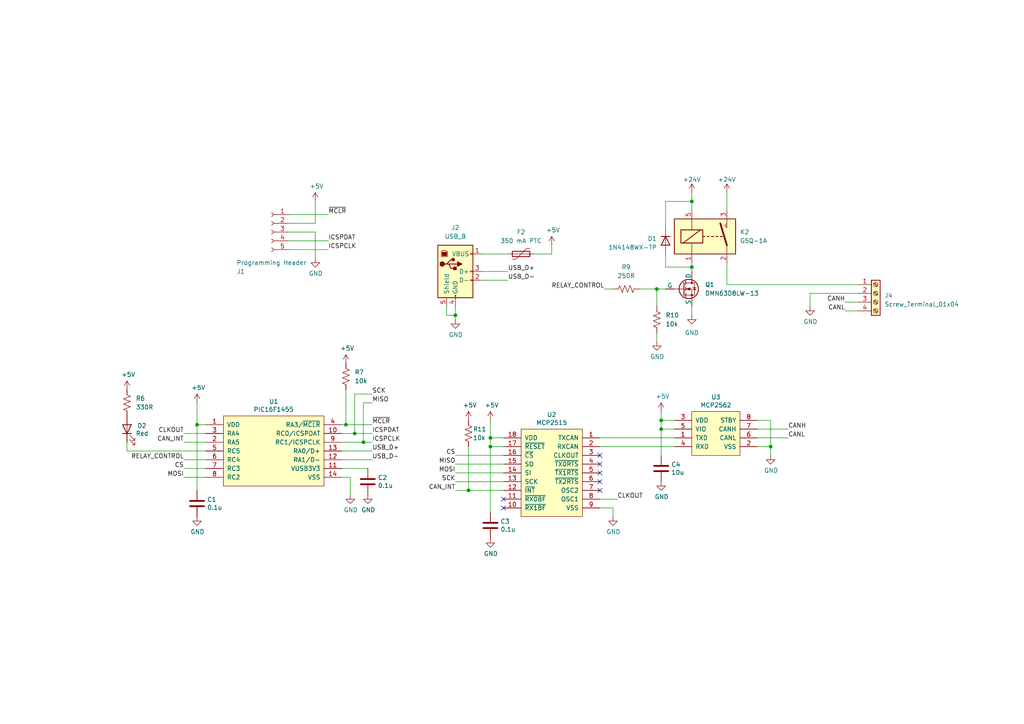
<source format=kicad_sch>
(kicad_sch (version 20230121) (generator eeschema)
  (paper "A4")
  (lib_symbols
    (symbol "Connector:Screw_Terminal_01x04" (pin_names (offset 1.016) hide)
      (property "Reference" "J" (at 0 5.08 0))
      (property "Value" "Screw_Terminal_01x04" (at 0 -7.62 0))
      (symbol "Screw_Terminal_01x04_1_1"
        (rectangle (start -1.27 3.81) (end 1.27 -6.35) (stroke (width 0.254)) (fill (type background)))
        (circle (center 0 -5.08) (radius 0.635) (stroke (width 0.1524)))
        (circle (center 0 -2.54) (radius 0.635) (stroke (width 0.1524)))
        (polyline (pts (xy -0.5334 -4.7498) (xy 0.3302 -5.588)) (stroke (width 0.1524)))
        (polyline (pts (xy -0.5334 -2.2098) (xy 0.3302 -3.048)) (stroke (width 0.1524)))
        (polyline (pts (xy -0.5334 0.3302) (xy 0.3302 -0.508)) (stroke (width 0.1524)))
        (polyline (pts (xy -0.5334 2.8702) (xy 0.3302 2.032)) (stroke (width 0.1524)))
        (polyline (pts (xy -0.3556 -4.572) (xy 0.508 -5.4102)) (stroke (width 0.1524)))
        (polyline (pts (xy -0.3556 -2.032) (xy 0.508 -2.8702)) (stroke (width 0.1524)))
        (polyline (pts (xy -0.3556 0.508) (xy 0.508 -0.3302)) (stroke (width 0.1524)))
        (polyline (pts (xy -0.3556 3.048) (xy 0.508 2.2098)) (stroke (width 0.1524)))
        (circle (center 0 0) (radius 0.635) (stroke (width 0.1524)))
        (circle (center 0 2.54) (radius 0.635) (stroke (width 0.1524)))
        (pin passive line (at -5.08 2.54 0) (length 3.81) (name "Pin_1") (number "1"))
        (pin passive line (at -5.08 0 0) (length 3.81) (name "Pin_2") (number "2"))
        (pin passive line (at -5.08 -2.54 0) (length 3.81) (name "Pin_3") (number "3"))
        (pin passive line (at -5.08 -5.08 0) (length 3.81) (name "Pin_4") (number "4"))
      )
    )
    (symbol "Connector:USB_B" (pin_names (offset 1.016))
      (property "Reference" "J" (at -5.08 11.43 0))
      (property "Value" "USB_B" (at -5.08 8.89 0))
      (symbol "USB_B_0_1"
        (rectangle (start -5.08 -7.62) (end 5.08 7.62) (stroke (width 0.254)) (fill (type background)))
        (circle (center -3.81 2.159) (radius 0.635) (stroke (width 0.254)) (fill (type outline)))
        (rectangle (start -3.81 5.588) (end -2.54 4.572) (fill (type outline)))
        (circle (center -0.635 3.429) (radius 0.381) (stroke (width 0.254)) (fill (type outline)))
        (rectangle (start -0.127 -7.62) (end 0.127 -6.858))
        (polyline (pts (xy -1.905 2.159) (xy 0.635 2.159)) (stroke (width 0.254)))
        (polyline (pts (xy -3.175 2.159) (xy -2.54 2.159) (xy -1.27 3.429) (xy -0.635 3.429)) (stroke (width 0.254)))
        (polyline (pts (xy -2.54 2.159) (xy -1.905 2.159) (xy -1.27 0.889) (xy 0 0.889)) (stroke (width 0.254)))
        (polyline (pts (xy 0.635 2.794) (xy 0.635 1.524) (xy 1.905 2.159) (xy 0.635 2.794)) (stroke (width 0.254)) (fill (type outline)))
        (polyline (pts (xy -4.064 4.318) (xy -2.286 4.318) (xy -2.286 5.715) (xy -2.667 6.096) (xy -3.683 6.096) (xy -4.064 5.715) (xy -4.064 4.318)))
        (rectangle (start 0.254 1.27) (end -0.508 0.508) (stroke (width 0.254)) (fill (type outline)))
        (rectangle (start 5.08 -2.667) (end 4.318 -2.413))
        (rectangle (start 5.08 -0.127) (end 4.318 0.127))
        (rectangle (start 5.08 4.953) (end 4.318 5.207))
      )
      (symbol "USB_B_1_1"
        (pin power_out line (at 7.62 5.08 180) (length 2.54) (name "VBUS") (number "1"))
        (pin bidirectional line (at 7.62 -2.54 180) (length 2.54) (name "D-") (number "2"))
        (pin bidirectional line (at 7.62 0 180) (length 2.54) (name "D+") (number "3"))
        (pin power_out line (at 0 -10.16 90) (length 2.54) (name "GND") (number "4"))
        (pin passive line (at -2.54 -10.16 90) (length 2.54) (name "Shield") (number "5"))
      )
    )
    (symbol "Device:C" (pin_numbers hide) (pin_names (offset 0.254))
      (property "Reference" "C" (at 0.635 2.54 0))
      (property "Value" "C" (at 0.635 -2.54 0))
      (symbol "C_0_1"
        (polyline (pts (xy -2.032 -0.762) (xy 2.032 -0.762)) (stroke (width 0.508)))
        (polyline (pts (xy -2.032 0.762) (xy 2.032 0.762)) (stroke (width 0.508)))
      )
      (symbol "C_1_1"
        (pin passive line (at 0 3.81 270) (length 2.794) (name "~") (number "1"))
        (pin passive line (at 0 -3.81 90) (length 2.794) (name "~") (number "2"))
      )
    )
    (symbol "Device:D" (pin_numbers hide) (pin_names (offset 1.016) hide)
      (property "Reference" "D" (at 0 2.54 0))
      (property "Value" "D" (at 0 -2.54 0))
      (symbol "D_0_1"
        (polyline (pts (xy -1.27 1.27) (xy -1.27 -1.27)) (stroke (width 0.254)))
        (polyline (pts (xy 1.27 0) (xy -1.27 0)))
        (polyline (pts (xy 1.27 1.27) (xy 1.27 -1.27) (xy -1.27 0) (xy 1.27 1.27)) (stroke (width 0.254)))
      )
      (symbol "D_1_1"
        (pin passive line (at -3.81 0 0) (length 2.54) (name "K") (number "1"))
        (pin passive line (at 3.81 0 180) (length 2.54) (name "A") (number "2"))
      )
    )
    (symbol "Device:LED" (pin_numbers hide) (pin_names (offset 1.016) hide)
      (property "Reference" "D" (at 0 2.54 0))
      (property "Value" "LED" (at 0 -2.54 0))
      (symbol "LED_0_1"
        (polyline (pts (xy -1.27 -1.27) (xy -1.27 1.27)) (stroke (width 0.254)))
        (polyline (pts (xy -1.27 0) (xy 1.27 0)))
        (polyline (pts (xy 1.27 -1.27) (xy 1.27 1.27) (xy -1.27 0) (xy 1.27 -1.27)) (stroke (width 0.254)))
        (polyline (pts (xy -3.048 -0.762) (xy -4.572 -2.286) (xy -3.81 -2.286) (xy -4.572 -2.286) (xy -4.572 -1.524)))
        (polyline (pts (xy -1.778 -0.762) (xy -3.302 -2.286) (xy -2.54 -2.286) (xy -3.302 -2.286) (xy -3.302 -1.524)))
      )
      (symbol "LED_1_1"
        (pin passive line (at -3.81 0 0) (length 2.54) (name "K") (number "1"))
        (pin passive line (at 3.81 0 180) (length 2.54) (name "A") (number "2"))
      )
    )
    (symbol "Device:Polyfuse" (pin_numbers hide) (pin_names (offset 0))
      (property "Reference" "F" (at -2.54 0 90))
      (property "Value" "Polyfuse" (at 2.54 0 90))
      (symbol "Polyfuse_0_1"
        (rectangle (start -0.762 2.54) (end 0.762 -2.54) (stroke (width 0.254)))
        (polyline (pts (xy 0 2.54) (xy 0 -2.54)))
        (polyline (pts (xy -1.524 2.54) (xy -1.524 1.524) (xy 1.524 -1.524) (xy 1.524 -2.54)))
      )
      (symbol "Polyfuse_1_1"
        (pin passive line (at 0 3.81 270) (length 1.27) (name "~") (number "1"))
        (pin passive line (at 0 -3.81 90) (length 1.27) (name "~") (number "2"))
      )
    )
    (symbol "Device:R_US" (pin_numbers hide) (pin_names (offset 0))
      (property "Reference" "R" (at 2.54 0 90))
      (property "Value" "R_US" (at -2.54 0 90))
      (symbol "R_US_0_1"
        (polyline (pts (xy 0 -2.286) (xy 0 -2.54)))
        (polyline (pts (xy 0 2.286) (xy 0 2.54)))
        (polyline (pts (xy 0 -0.762) (xy 1.016 -1.143) (xy 0 -1.524) (xy -1.016 -1.905) (xy 0 -2.286)))
        (polyline (pts (xy 0 0.762) (xy 1.016 0.381) (xy 0 0) (xy -1.016 -0.381) (xy 0 -0.762)))
        (polyline (pts (xy 0 2.286) (xy 1.016 1.905) (xy 0 1.524) (xy -1.016 1.143) (xy 0 0.762)))
      )
      (symbol "R_US_1_1"
        (pin passive line (at 0 3.81 270) (length 1.27) (name "~") (number "1"))
        (pin passive line (at 0 -3.81 90) (length 1.27) (name "~") (number "2"))
      )
    )
    (symbol "Relay:G5Q-1A"
      (property "Reference" "K" (at 8.89 3.81 0))
      (property "Value" "G5Q-1A" (at 8.89 1.27 0))
      (symbol "G5Q-1A_0_0"
        (polyline (pts (xy 5.08 5.08) (xy 5.08 2.54) (xy 4.445 3.175) (xy 5.08 3.81)))
      )
      (symbol "G5Q-1A_0_1"
        (rectangle (start -10.16 5.08) (end 7.62 -5.08) (stroke (width 0.254)) (fill (type background)))
        (rectangle (start -8.255 1.905) (end -1.905 -1.905) (stroke (width 0.254)))
        (polyline (pts (xy -7.62 -1.905) (xy -2.54 1.905)) (stroke (width 0.254)))
        (polyline (pts (xy -5.08 -5.08) (xy -5.08 -1.905)))
        (polyline (pts (xy -5.08 5.08) (xy -5.08 1.905)))
        (polyline (pts (xy -1.905 0) (xy -1.27 0)) (stroke (width 0.254)))
        (polyline (pts (xy -0.635 0) (xy 0 0)) (stroke (width 0.254)))
        (polyline (pts (xy 0.635 0) (xy 1.27 0)) (stroke (width 0.254)))
        (polyline (pts (xy 1.905 0) (xy 2.54 0)) (stroke (width 0.254)))
        (polyline (pts (xy 3.175 0) (xy 3.81 0)) (stroke (width 0.254)))
        (polyline (pts (xy 5.08 -2.54) (xy 3.175 3.81)) (stroke (width 0.508)))
        (polyline (pts (xy 5.08 -2.54) (xy 5.08 -5.08)))
      )
      (symbol "G5Q-1A_1_1"
        (pin passive line (at -5.08 -7.62 90) (length 2.54) (name "~") (number "1"))
        (pin passive line (at 5.08 -7.62 90) (length 2.54) (name "~") (number "2"))
        (pin passive line (at 5.08 7.62 270) (length 2.54) (name "~") (number "3"))
        (pin passive line (at -5.08 7.62 270) (length 2.54) (name "~") (number "5"))
      )
    )
    (symbol "Simulation_SPICE:NMOS" (pin_numbers hide) (pin_names (offset 0))
      (property "Reference" "Q" (at 5.08 1.27 0))
      (property "Value" "NMOS" (at 5.08 -1.27 0))
      (symbol "NMOS_0_1"
        (polyline (pts (xy 0.254 0) (xy -2.54 0)))
        (polyline (pts (xy 0.254 1.905) (xy 0.254 -1.905)) (stroke (width 0.254)))
        (polyline (pts (xy 0.762 -1.27) (xy 0.762 -2.286)) (stroke (width 0.254)))
        (polyline (pts (xy 0.762 0.508) (xy 0.762 -0.508)) (stroke (width 0.254)))
        (polyline (pts (xy 0.762 2.286) (xy 0.762 1.27)) (stroke (width 0.254)))
        (polyline (pts (xy 2.54 2.54) (xy 2.54 1.778)))
        (polyline (pts (xy 2.54 -2.54) (xy 2.54 0) (xy 0.762 0)))
        (polyline (pts (xy 0.762 -1.778) (xy 3.302 -1.778) (xy 3.302 1.778) (xy 0.762 1.778)))
        (polyline (pts (xy 1.016 0) (xy 2.032 0.381) (xy 2.032 -0.381) (xy 1.016 0)) (fill (type outline)))
        (polyline (pts (xy 2.794 0.508) (xy 2.921 0.381) (xy 3.683 0.381) (xy 3.81 0.254)))
        (polyline (pts (xy 3.302 0.381) (xy 2.921 -0.254) (xy 3.683 -0.254) (xy 3.302 0.381)))
        (circle (center 1.651 0) (radius 2.794) (stroke (width 0.254)))
        (circle (center 2.54 -1.778) (radius 0.254) (fill (type outline)))
        (circle (center 2.54 1.778) (radius 0.254) (fill (type outline)))
      )
      (symbol "NMOS_1_1"
        (pin passive line (at 2.54 5.08 270) (length 2.54) (name "D") (number "1"))
        (pin input line (at -5.08 0 0) (length 2.54) (name "G") (number "2"))
        (pin passive line (at 2.54 -5.08 90) (length 2.54) (name "S") (number "3"))
      )
    )
    (symbol "power:+24V" (power) (pin_names (offset 0))
      (property "Value" "+24V" (at 0 3.556 0))
      (symbol "+24V_0_1"
        (polyline (pts (xy -0.762 1.27) (xy 0 2.54)))
        (polyline (pts (xy 0 0) (xy 0 2.54)))
        (polyline (pts (xy 0 2.54) (xy 0.762 1.27)))
      )
      (symbol "+24V_1_1"
        (pin power_in line (at 0 0 90) (length 0) hide (name "+24V") (number "1"))
      )
    )
    (symbol "power:+5V" (power) (pin_names (offset 0))
      (property "Value" "+5V" (at 0 3.556 0))
      (symbol "+5V_0_1"
        (polyline (pts (xy -0.762 1.27) (xy 0 2.54)))
        (polyline (pts (xy 0 0) (xy 0 2.54)))
        (polyline (pts (xy 0 2.54) (xy 0.762 1.27)))
      )
      (symbol "+5V_1_1"
        (pin power_in line (at 0 0 90) (length 0) hide (name "+5V") (number "1"))
      )
    )
    (symbol "power:GND" (power) (pin_names (offset 0))
      (property "Value" "GND" (at 0 -3.81 0))
      (symbol "GND_0_1"
        (polyline (pts (xy 0 0) (xy 0 -1.27) (xy 1.27 -1.27) (xy 0 -2.54) (xy -1.27 -1.27) (xy 0 -1.27)))
      )
      (symbol "GND_1_1"
        (pin power_in line (at 0 0 270) (length 0) hide (name "GND") (number "1"))
      )
    )
    (symbol "usbdbg-rescue:Conn_01x05_Female-Connector" (pin_names (offset 1.016) hide)
      (property "Reference" "J" (at 0 7.62 0))
      (property "Value" "Connector_Conn_01x05_Female" (at 0 -7.62 0))
      (symbol "Conn_01x05_Female-Connector_1_1"
        (arc (start 0 -4.572) (mid -0.5058 -5.08) (end 0 -5.588) (stroke (width 0.1524)))
        (arc (start 0 -2.032) (mid -0.5058 -2.54) (end 0 -3.048) (stroke (width 0.1524)))
        (polyline (pts (xy -1.27 -5.08) (xy -0.508 -5.08)) (stroke (width 0.1524)))
        (polyline (pts (xy -1.27 -2.54) (xy -0.508 -2.54)) (stroke (width 0.1524)))
        (polyline (pts (xy -1.27 0) (xy -0.508 0)) (stroke (width 0.1524)))
        (polyline (pts (xy -1.27 2.54) (xy -0.508 2.54)) (stroke (width 0.1524)))
        (polyline (pts (xy -1.27 5.08) (xy -0.508 5.08)) (stroke (width 0.1524)))
        (arc (start 0 0.508) (mid -0.5058 0) (end 0 -0.508) (stroke (width 0.1524)))
        (arc (start 0 3.048) (mid -0.5058 2.54) (end 0 2.032) (stroke (width 0.1524)))
        (arc (start 0 5.588) (mid -0.5058 5.08) (end 0 4.572) (stroke (width 0.1524)))
        (pin passive line (at -5.08 5.08 0) (length 3.81) (name "Pin_1") (number "1"))
        (pin passive line (at -5.08 2.54 0) (length 3.81) (name "Pin_2") (number "2"))
        (pin passive line (at -5.08 0 0) (length 3.81) (name "Pin_3") (number "3"))
        (pin passive line (at -5.08 -2.54 0) (length 3.81) (name "Pin_4") (number "4"))
        (pin passive line (at -5.08 -5.08 0) (length 3.81) (name "Pin_5") (number "5"))
      )
    )
    (symbol "usbdbg-rescue:MCP2515-canhw" (pin_names (offset 1.016))
      (property "Reference" "U" (at 7.62 8.89 0))
      (property "Value" "canhw_MCP2515" (at -5.08 8.89 0))
      (symbol "MCP2515-canhw_0_1"
        (rectangle (start -8.89 7.62) (end 8.89 -17.78) (fill (type background)))
      )
      (symbol "MCP2515-canhw_1_1"
        (pin bidirectional line (at -13.97 5.08 0) (length 5.08) (name "TXCAN") (number "1"))
        (pin bidirectional line (at 13.97 -15.24 180) (length 5.08) (name "~{RX1BF}") (number "10"))
        (pin bidirectional line (at 13.97 -12.7 180) (length 5.08) (name "~{RX0BF}") (number "11"))
        (pin bidirectional line (at 13.97 -10.16 180) (length 5.08) (name "~{INT}") (number "12"))
        (pin bidirectional line (at 13.97 -7.62 180) (length 5.08) (name "SCK") (number "13"))
        (pin bidirectional line (at 13.97 -5.08 180) (length 5.08) (name "SI") (number "14"))
        (pin bidirectional line (at 13.97 -2.54 180) (length 5.08) (name "SO") (number "15"))
        (pin bidirectional line (at 13.97 0 180) (length 5.08) (name "~{CS}") (number "16"))
        (pin bidirectional line (at 13.97 2.54 180) (length 5.08) (name "~{RESET}") (number "17"))
        (pin power_in line (at 13.97 5.08 180) (length 5.08) (name "VDD") (number "18"))
        (pin bidirectional line (at -13.97 2.54 0) (length 5.08) (name "RXCAN") (number "2"))
        (pin bidirectional line (at -13.97 0 0) (length 5.08) (name "CLKOUT") (number "3"))
        (pin bidirectional line (at -13.97 -2.54 0) (length 5.08) (name "~{TX0RTS}") (number "4"))
        (pin bidirectional line (at -13.97 -5.08 0) (length 5.08) (name "~{TX1RTS}") (number "5"))
        (pin bidirectional line (at -13.97 -7.62 0) (length 5.08) (name "~{TX2RTS}") (number "6"))
        (pin bidirectional line (at -13.97 -10.16 0) (length 5.08) (name "OSC2") (number "7"))
        (pin bidirectional line (at -13.97 -12.7 0) (length 5.08) (name "OSC1") (number "8"))
        (pin power_in line (at -13.97 -15.24 0) (length 5.08) (name "VSS") (number "9"))
      )
    )
    (symbol "usbdbg-rescue:MCP2562-canhw" (pin_names (offset 1.016))
      (property "Reference" "U" (at 5.08 3.81 0))
      (property "Value" "canhw_MCP2562" (at -3.81 3.81 0))
      (symbol "MCP2562-canhw_0_1"
        (rectangle (start -7.62 2.54) (end 6.35 -10.16) (fill (type background)))
      )
      (symbol "MCP2562-canhw_1_1"
        (pin bidirectional line (at -12.7 -5.08 0) (length 5.08) (name "TXD") (number "1"))
        (pin power_in line (at 11.43 -7.62 180) (length 5.08) (name "VSS") (number "2"))
        (pin power_in line (at -12.7 0 0) (length 5.08) (name "VDD") (number "3"))
        (pin bidirectional line (at -12.7 -7.62 0) (length 5.08) (name "RXD") (number "4"))
        (pin bidirectional line (at -12.7 -2.54 0) (length 5.08) (name "VIO") (number "5"))
        (pin bidirectional line (at 11.43 -5.08 180) (length 5.08) (name "CANL") (number "6"))
        (pin bidirectional line (at 11.43 -2.54 180) (length 5.08) (name "CANH") (number "7"))
        (pin bidirectional line (at 11.43 0 180) (length 5.08) (name "STBY") (number "8"))
      )
    )
    (symbol "usbdbg-rescue:PIC16F1455-canhw" (pin_names (offset 1.016))
      (property "Reference" "U" (at 19.05 5.08 0))
      (property "Value" "canhw_PIC16F1455" (at -3.81 5.08 0))
      (symbol "PIC16F1455-canhw_0_1"
        (rectangle (start -8.89 3.81) (end 20.32 -16.51) (fill (type background)))
      )
      (symbol "PIC16F1455-canhw_1_1"
        (pin power_in line (at -13.97 1.27 0) (length 5.08) (name "VDD") (number "1"))
        (pin bidirectional line (at 25.4 -1.27 180) (length 5.08) (name "RC0/ICSPDAT") (number "10"))
        (pin bidirectional line (at 25.4 -11.43 180) (length 5.08) (name "VUSB3V3") (number "11"))
        (pin bidirectional line (at 25.4 -8.89 180) (length 5.08) (name "RA1/D-") (number "12"))
        (pin bidirectional line (at 25.4 -6.35 180) (length 5.08) (name "RA0/D+") (number "13"))
        (pin bidirectional line (at 25.4 -13.97 180) (length 5.08) (name "VSS") (number "14"))
        (pin bidirectional line (at -13.97 -3.81 0) (length 5.08) (name "RA5") (number "2"))
        (pin bidirectional line (at -13.97 -1.27 0) (length 5.08) (name "RA4") (number "3"))
        (pin bidirectional line (at 25.4 1.27 180) (length 5.08) (name "RA3/~{MCLR}") (number "4"))
        (pin bidirectional line (at -13.97 -6.35 0) (length 5.08) (name "RC5") (number "5"))
        (pin bidirectional line (at -13.97 -8.89 0) (length 5.08) (name "RC4") (number "6"))
        (pin bidirectional line (at -13.97 -11.43 0) (length 5.08) (name "RC3") (number "7"))
        (pin bidirectional line (at -13.97 -13.97 0) (length 5.08) (name "RC2") (number "8"))
        (pin bidirectional line (at 25.4 -3.81 180) (length 5.08) (name "RC1/ICSPCLK") (number "9"))
      )
    )
  )
  (junction (at 102.87 125.73))
  (junction (at 142.24 127))
  (junction (at 100.33 123.19))
  (junction (at 200.66 77.47))
  (junction (at 132.08 91.44))
  (junction (at 223.52 129.54))
  (junction (at 191.77 121.92))
  (junction (at 190.5 83.82))
  (junction (at 105.41 128.27))
  (junction (at 135.89 142.24))
  (junction (at 200.66 58.42))
  (junction (at 191.77 124.46))
  (junction (at 57.15 123.19))
  (junction (at 142.24 129.54))
  (no_connect (at 173.99 142.24))
  (no_connect (at 146.05 144.78))
  (no_connect (at 173.99 139.7))
  (no_connect (at 146.05 147.32))
  (no_connect (at 173.99 134.62))
  (no_connect (at 173.99 137.16))
  (no_connect (at 173.99 132.08))
  (wire (pts (xy 53.34 133.35) (xy 59.69 133.35)))
  (wire (pts (xy 191.77 121.92) (xy 191.77 124.46)))
  (wire (pts (xy 100.33 113.03) (xy 100.33 123.19)))
  (wire (pts (xy 175.26 83.82) (xy 177.8 83.82)))
  (wire (pts (xy 99.06 133.35) (xy 107.95 133.35)))
  (wire (pts (xy 142.24 148.59) (xy 142.24 129.54)))
  (wire (pts (xy 223.52 132.08) (xy 223.52 129.54)))
  (wire (pts (xy 139.7 73.66) (xy 147.32 73.66)))
  (wire (pts (xy 200.66 77.47) (xy 200.66 78.74)))
  (wire (pts (xy 177.8 147.32) (xy 173.99 147.32)))
  (wire (pts (xy 91.44 64.77) (xy 83.82 64.77)))
  (wire (pts (xy 129.54 88.9) (xy 129.54 91.44)))
  (wire (pts (xy 210.82 76.2) (xy 210.82 82.55)))
  (wire (pts (xy 190.5 83.82) (xy 193.04 83.82)))
  (wire (pts (xy 193.04 58.42) (xy 200.66 58.42)))
  (wire (pts (xy 191.77 132.08) (xy 191.77 124.46)))
  (wire (pts (xy 142.24 121.92) (xy 142.24 127)))
  (wire (pts (xy 185.42 83.82) (xy 190.5 83.82)))
  (wire (pts (xy 179.07 144.78) (xy 173.99 144.78)))
  (wire (pts (xy 107.95 114.3) (xy 102.87 114.3)))
  (wire (pts (xy 135.89 129.54) (xy 135.89 142.24)))
  (wire (pts (xy 99.06 130.81) (xy 107.95 130.81)))
  (wire (pts (xy 99.06 128.27) (xy 105.41 128.27)))
  (wire (pts (xy 100.33 123.19) (xy 107.95 123.19)))
  (wire (pts (xy 200.66 76.2) (xy 200.66 77.47)))
  (wire (pts (xy 53.34 138.43) (xy 59.69 138.43)))
  (wire (pts (xy 200.66 55.88) (xy 200.66 58.42)))
  (wire (pts (xy 132.08 134.62) (xy 146.05 134.62)))
  (wire (pts (xy 139.7 81.28) (xy 147.32 81.28)))
  (wire (pts (xy 135.89 142.24) (xy 146.05 142.24)))
  (wire (pts (xy 139.7 78.74) (xy 147.32 78.74)))
  (wire (pts (xy 91.44 58.42) (xy 91.44 64.77)))
  (wire (pts (xy 190.5 83.82) (xy 190.5 88.9)))
  (wire (pts (xy 99.06 125.73) (xy 102.87 125.73)))
  (wire (pts (xy 160.02 73.66) (xy 154.94 73.66)))
  (wire (pts (xy 105.41 116.84) (xy 105.41 128.27)))
  (wire (pts (xy 99.06 123.19) (xy 100.33 123.19)))
  (wire (pts (xy 195.58 121.92) (xy 191.77 121.92)))
  (wire (pts (xy 219.71 124.46) (xy 228.6 124.46)))
  (wire (pts (xy 132.08 137.16) (xy 146.05 137.16)))
  (wire (pts (xy 132.08 88.9) (xy 132.08 91.44)))
  (wire (pts (xy 191.77 119.38) (xy 191.77 121.92)))
  (wire (pts (xy 101.6 138.43) (xy 99.06 138.43)))
  (wire (pts (xy 102.87 125.73) (xy 107.95 125.73)))
  (wire (pts (xy 193.04 77.47) (xy 200.66 77.47)))
  (wire (pts (xy 245.11 87.63) (xy 248.92 87.63)))
  (wire (pts (xy 200.66 58.42) (xy 200.66 60.96)))
  (wire (pts (xy 160.02 71.12) (xy 160.02 73.66)))
  (wire (pts (xy 219.71 127) (xy 228.6 127)))
  (wire (pts (xy 99.06 135.89) (xy 106.68 135.89)))
  (wire (pts (xy 210.82 82.55) (xy 248.92 82.55)))
  (wire (pts (xy 132.08 139.7) (xy 146.05 139.7)))
  (wire (pts (xy 223.52 121.92) (xy 223.52 129.54)))
  (wire (pts (xy 193.04 73.66) (xy 193.04 77.47)))
  (wire (pts (xy 101.6 138.43) (xy 101.6 143.51)))
  (wire (pts (xy 83.82 69.85) (xy 95.25 69.85)))
  (wire (pts (xy 193.04 66.04) (xy 193.04 58.42)))
  (wire (pts (xy 83.82 62.23) (xy 95.25 62.23)))
  (wire (pts (xy 223.52 129.54) (xy 219.71 129.54)))
  (wire (pts (xy 219.71 121.92) (xy 223.52 121.92)))
  (wire (pts (xy 105.41 128.27) (xy 107.95 128.27)))
  (wire (pts (xy 83.82 72.39) (xy 95.25 72.39)))
  (wire (pts (xy 91.44 67.31) (xy 83.82 67.31)))
  (wire (pts (xy 53.34 128.27) (xy 59.69 128.27)))
  (wire (pts (xy 245.11 90.17) (xy 248.92 90.17)))
  (wire (pts (xy 91.44 74.93) (xy 91.44 67.31)))
  (wire (pts (xy 36.83 128.27) (xy 36.83 130.81)))
  (wire (pts (xy 53.34 125.73) (xy 59.69 125.73)))
  (wire (pts (xy 200.66 88.9) (xy 200.66 91.44)))
  (wire (pts (xy 53.34 135.89) (xy 59.69 135.89)))
  (wire (pts (xy 57.15 142.24) (xy 57.15 123.19)))
  (wire (pts (xy 102.87 114.3) (xy 102.87 125.73)))
  (wire (pts (xy 132.08 92.71) (xy 132.08 91.44)))
  (wire (pts (xy 36.83 130.81) (xy 59.69 130.81)))
  (wire (pts (xy 57.15 116.84) (xy 57.15 123.19)))
  (wire (pts (xy 142.24 129.54) (xy 142.24 127)))
  (wire (pts (xy 142.24 127) (xy 146.05 127)))
  (wire (pts (xy 173.99 129.54) (xy 195.58 129.54)))
  (wire (pts (xy 190.5 96.52) (xy 190.5 99.06)))
  (wire (pts (xy 57.15 123.19) (xy 59.69 123.19)))
  (wire (pts (xy 234.95 85.09) (xy 234.95 88.9)))
  (wire (pts (xy 173.99 127) (xy 195.58 127)))
  (wire (pts (xy 129.54 91.44) (xy 132.08 91.44)))
  (wire (pts (xy 191.77 124.46) (xy 195.58 124.46)))
  (wire (pts (xy 146.05 129.54) (xy 142.24 129.54)))
  (wire (pts (xy 177.8 149.86) (xy 177.8 147.32)))
  (wire (pts (xy 107.95 116.84) (xy 105.41 116.84)))
  (wire (pts (xy 132.08 132.08) (xy 146.05 132.08)))
  (wire (pts (xy 132.08 142.24) (xy 135.89 142.24)))
  (wire (pts (xy 210.82 55.88) (xy 210.82 60.96)))
  (wire (pts (xy 248.92 85.09) (xy 234.95 85.09)))
  (label "~{MCLR}" (at 107.95 123.19 0))
  (label "ICSPDAT" (at 107.95 125.73 0))
  (label "CANH" (at 245.11 87.63 180))
  (label "ICSPCLK" (at 95.25 72.39 0))
  (label "USB_D-" (at 107.95 133.35 0))
  (label "CANH" (at 228.6 124.46 0))
  (label "USB_D-" (at 147.32 81.28 0))
  (label "CANL" (at 228.6 127 0))
  (label "RELAY_CONTROL" (at 175.26 83.82 180))
  (label "MISO" (at 107.95 116.84 0))
  (label "MISO" (at 132.08 134.62 180))
  (label "SCK" (at 132.08 139.7 180))
  (label "CAN_INT" (at 53.34 128.27 180))
  (label "USB_D+" (at 147.32 78.74 0))
  (label "MOSI" (at 53.34 138.43 180))
  (label "ICSPDAT" (at 95.25 69.85 0))
  (label "CANL" (at 245.11 90.17 180))
  (label "CLKOUT" (at 53.34 125.73 180))
  (label "ICSPCLK" (at 107.95 128.27 0))
  (label "RELAY_CONTROL" (at 53.34 133.35 180))
  (label "CLKOUT" (at 179.07 144.78 0))
  (label "~{MCLR}" (at 95.25 62.23 0))
  (label "SCK" (at 107.95 114.3 0))
  (label "CAN_INT" (at 132.08 142.24 180))
  (label "USB_D+" (at 107.95 130.81 0))
  (label "MOSI" (at 132.08 137.16 180))
  (label "CS" (at 132.08 132.08 180))
  (label "CS" (at 53.34 135.89 180))
  (symbol (lib_id "Relay:G5Q-1A") (at 205.74 68.58 0) (unit 1)
    (property "Reference" "K2" (at 214.63 67.31 0) (effects (justify left)))
    (property "Value" "G5Q-1A" (at 214.63 69.85 0) (effects (justify left)))
    (property "Footprint" "Relay_THT:Relay_SPST_Omron-G5Q-1A" (effects hide))
    (property "Datasheet" "https://www.omron.com/ecb/products/pdf/en-g5q.pdf" (effects hide))
  )
  (symbol (lib_id "Device:C") (at 106.68 139.7 0) (unit 1)
    (property "Reference" "C2" (at 109.601 138.5316 0) (effects (justify left)))
    (property "Value" "0.1u" (at 109.601 140.843 0) (effects (justify left)))
    (property "Footprint" "Capacitor_SMD:C_0805_2012Metric_Pad1.15x1.40mm_HandSolder" (effects hide))
  )
  (symbol (lib_id "power:GND") (at 91.44 74.93 0) (unit 1)
    (property "Reference" "#PWR06" (effects hide))
    (property "Value" "GND" (at 91.567 79.3242 0))
  )
  (symbol (lib_id "power:+24V") (at 210.82 55.88 0) (unit 1)
    (property "Reference" "#PWR021" (effects hide))
    (property "Value" "+24V" (at 210.82 52.07 0))
  )
  (symbol (lib_id "power:GND") (at 200.66 91.44 0) (unit 1)
    (property "Reference" "#PWR01" (effects hide))
    (property "Value" "GND" (at 200.66 96.52 0))
  )
  (symbol (lib_id "usbdbg-rescue:MCP2562-canhw") (at 208.28 121.92 0) (unit 1)
    (property "Reference" "U3" (at 207.645 115.189 0))
    (property "Value" "MCP2562" (at 207.645 117.5004 0))
    (property "Footprint" "Housings_SOIC:SOIC-8_3.9x4.9mm_Pitch1.27mm" (effects hide))
  )
  (symbol (lib_id "Connector:USB_B") (at 132.08 78.74 0) (unit 1)
    (property "Reference" "J2" (at 132.08 66.04 0))
    (property "Value" "USB_B" (at 132.08 68.58 0))
    (property "Datasheet" " ~" (effects hide))
  )
  (symbol (lib_id "Device:LED") (at 36.83 124.46 90) (unit 1)
    (property "Reference" "D2" (at 39.8018 123.4948 90) (effects (justify right)))
    (property "Value" "Red" (at 39.37 125.73 90) (effects (justify right)))
    (property "Footprint" "LED_SMD:LED_1206_3216Metric_Pad1.42x1.75mm_HandSolder" (effects hide))
  )
  (symbol (lib_id "Device:R_US") (at 181.61 83.82 90) (unit 1)
    (property "Reference" "R9" (at 181.61 77.47 90))
    (property "Value" "250R" (at 181.61 80.01 90))
  )
  (symbol (lib_id "Device:Polyfuse") (at 151.13 73.66 90) (unit 1)
    (property "Reference" "F2" (at 151.13 67.31 90))
    (property "Value" "350 mA PTC" (at 151.13 69.85 90))
  )
  (symbol (lib_id "Device:R_US") (at 36.83 116.84 0) (unit 1)
    (property "Reference" "R6" (at 39.37 115.57 0) (effects (justify left)))
    (property "Value" "330R" (at 39.37 118.11 0) (effects (justify left)))
  )
  (symbol (lib_id "usbdbg-rescue:Conn_01x05_Female-Connector") (at 78.74 67.31 0) (mirror y) (unit 1)
    (property "Reference" "J1" (at 69.85 78.74 0))
    (property "Value" "Programming Header" (at 78.74 76.2 0))
    (property "Footprint" "canhw_footprints:PinHeader_5x2.54_SMD_90deg_952-3198-1-ND" (effects hide))
  )
  (symbol (lib_id "power:+5V") (at 36.83 113.03 0) (unit 1)
    (property "Reference" "#PWR02" (effects hide))
    (property "Value" "+5V" (at 37.211 108.6358 0))
  )
  (symbol (lib_id "power:+5V") (at 160.02 71.12 0) (unit 1)
    (property "Reference" "#PWR013" (effects hide))
    (property "Value" "+5V" (at 160.401 66.7258 0))
  )
  (symbol (lib_id "Device:C") (at 191.77 135.89 0) (unit 1)
    (property "Reference" "C4" (at 194.691 134.7216 0) (effects (justify left)))
    (property "Value" "10u" (at 194.691 137.033 0) (effects (justify left)))
    (property "Footprint" "Capacitor_SMD:C_0805_2012Metric_Pad1.15x1.40mm_HandSolder" (effects hide))
  )
  (symbol (lib_id "Device:R_US") (at 190.5 92.71 180) (unit 1)
    (property "Reference" "R10" (at 193.04 91.44 0) (effects (justify right)))
    (property "Value" "10k" (at 193.04 93.98 0) (effects (justify right)))
  )
  (symbol (lib_id "power:GND") (at 190.5 99.06 0) (unit 1)
    (property "Reference" "#PWR018" (effects hide))
    (property "Value" "GND" (at 190.627 103.4542 0))
  )
  (symbol (lib_id "power:GND") (at 106.68 143.51 0) (unit 1)
    (property "Reference" "#PWR08" (effects hide))
    (property "Value" "GND" (at 106.807 147.9042 0))
  )
  (symbol (lib_id "power:GND") (at 132.08 92.71 0) (unit 1)
    (property "Reference" "#PWR012" (effects hide))
    (property "Value" "GND" (at 132.207 97.1042 0))
  )
  (symbol (lib_id "power:GND") (at 223.52 132.08 0) (unit 1)
    (property "Reference" "#PWR017" (effects hide))
    (property "Value" "GND" (at 223.647 136.4742 0))
  )
  (symbol (lib_id "usbdbg-rescue:MCP2515-canhw") (at 160.02 132.08 0) (mirror y) (unit 1)
    (property "Reference" "U2" (at 160.02 120.269 0))
    (property "Value" "MCP2515" (at 160.02 122.5804 0))
    (property "Footprint" "Housings_SOIC:SOIC-18W_7.5x11.6mm_Pitch1.27mm" (effects hide))
  )
  (symbol (lib_id "Connector:Screw_Terminal_01x04") (at 254 85.09 0) (unit 1)
    (property "Reference" "J4" (at 256.54 85.725 0) (effects (justify left)))
    (property "Value" "Screw_Terminal_01x04" (at 256.54 88.265 0) (effects (justify left)))
    (property "Footprint" "TerminalBlock_Phoenix:TerminalBlock_Phoenix_MKDS-1,5-4_1x04_P5.00mm_Horizontal" (effects hide))
  )
  (symbol (lib_id "power:GND") (at 191.77 139.7 0) (unit 1)
    (property "Reference" "#PWR016" (effects hide))
    (property "Value" "GND" (at 191.897 144.0942 0))
  )
  (symbol (lib_id "power:GND") (at 142.24 156.21 0) (unit 1)
    (property "Reference" "#PWR011" (effects hide))
    (property "Value" "GND" (at 142.367 160.6042 0))
  )
  (symbol (lib_id "Device:D") (at 193.04 69.85 90) (mirror x) (unit 1)
    (property "Reference" "D1" (at 190.5 69.215 90) (effects (justify left)))
    (property "Value" "1N4148WX-TP" (at 190.5 71.755 90) (effects (justify left)))
    (property "Footprint" "Diode_SMD:D_SOD-323_HandSoldering" (effects hide))
    (property "Sim.Device" "D" (effects hide))
    (property "Sim.Pins" "1=K 2=A" (effects hide))
  )
  (symbol (lib_id "power:+5V") (at 57.15 116.84 0) (unit 1)
    (property "Reference" "#PWR03" (effects hide))
    (property "Value" "+5V" (at 57.531 112.4458 0))
  )
  (symbol (lib_id "usbdbg-rescue:PIC16F1455-canhw") (at 73.66 124.46 0) (unit 1)
    (property "Reference" "U1" (at 79.375 116.459 0))
    (property "Value" "PIC16F1455" (at 79.375 118.7704 0))
    (property "Footprint" "Housings_SOIC:SOIC-14_3.9x8.7mm_Pitch1.27mm" (effects hide))
  )
  (symbol (lib_id "power:GND") (at 57.15 149.86 0) (unit 1)
    (property "Reference" "#PWR04" (effects hide))
    (property "Value" "GND" (at 57.277 154.2542 0))
  )
  (symbol (lib_id "power:+5V") (at 135.89 121.92 0) (unit 1)
    (property "Reference" "#PWR09" (effects hide))
    (property "Value" "+5V" (at 136.271 117.5258 0))
  )
  (symbol (lib_id "Device:C") (at 57.15 146.05 0) (unit 1)
    (property "Reference" "C1" (at 60.071 144.8816 0) (effects (justify left)))
    (property "Value" "0.1u" (at 60.071 147.193 0) (effects (justify left)))
    (property "Footprint" "Capacitor_SMD:C_0805_2012Metric_Pad1.15x1.40mm_HandSolder" (effects hide))
  )
  (symbol (lib_id "Device:R_US") (at 135.89 125.73 180) (unit 1)
    (property "Reference" "R11" (at 137.16 124.46 0) (effects (justify right)))
    (property "Value" "10k" (at 137.16 127 0) (effects (justify right)))
  )
  (symbol (lib_id "power:GND") (at 101.6 143.51 0) (unit 1)
    (property "Reference" "#PWR022" (effects hide))
    (property "Value" "GND" (at 101.727 147.9042 0))
  )
  (symbol (lib_id "Simulation_SPICE:NMOS") (at 198.12 83.82 0) (unit 1)
    (property "Reference" "Q1" (at 204.47 82.55 0) (effects (justify left)))
    (property "Value" "DMN63D8LW-13" (at 204.47 85.09 0) (effects (justify left)))
    (property "Datasheet" "https://ngspice.sourceforge.io/docs/ngspice-manual.pdf" (effects hide))
    (property "Sim.Device" "NMOS" (effects hide))
    (property "Sim.Type" "VDMOS" (effects hide))
    (property "Sim.Pins" "1=D 2=G 3=S" (effects hide))
  )
  (symbol (lib_id "power:+5V") (at 191.77 119.38 0) (unit 1)
    (property "Reference" "#PWR015" (effects hide))
    (property "Value" "+5V" (at 192.151 114.9858 0))
  )
  (symbol (lib_id "Device:R_US") (at 100.33 109.22 0) (unit 1)
    (property "Reference" "R7" (at 102.87 107.95 0) (effects (justify left)))
    (property "Value" "10k" (at 102.87 110.49 0) (effects (justify left)))
  )
  (symbol (lib_id "power:+5V") (at 91.44 58.42 0) (unit 1)
    (property "Reference" "#PWR05" (effects hide))
    (property "Value" "+5V" (at 91.821 54.0258 0))
  )
  (symbol (lib_id "power:+24V") (at 200.66 55.88 0) (unit 1)
    (property "Reference" "#PWR020" (effects hide))
    (property "Value" "+24V" (at 200.66 52.07 0))
  )
  (symbol (lib_id "Device:C") (at 142.24 152.4 0) (unit 1)
    (property "Reference" "C3" (at 145.161 151.2316 0) (effects (justify left)))
    (property "Value" "0.1u" (at 145.161 153.543 0) (effects (justify left)))
    (property "Footprint" "Capacitor_SMD:C_0805_2012Metric_Pad1.15x1.40mm_HandSolder" (effects hide))
  )
  (symbol (lib_id "power:+5V") (at 100.33 105.41 0) (unit 1)
    (property "Reference" "#PWR07" (effects hide))
    (property "Value" "+5V" (at 100.711 101.0158 0))
  )
  (symbol (lib_id "power:+5V") (at 142.24 121.92 0) (unit 1)
    (property "Reference" "#PWR010" (effects hide))
    (property "Value" "+5V" (at 142.621 117.5258 0))
  )
  (symbol (lib_id "power:GND") (at 177.8 149.86 0) (unit 1)
    (property "Reference" "#PWR014" (effects hide))
    (property "Value" "GND" (at 177.927 154.2542 0))
  )
  (symbol (lib_id "power:GND") (at 234.95 88.9 0) (unit 1)
    (property "Reference" "#PWR019" (effects hide))
    (property "Value" "GND" (at 235.077 93.2942 0))
  )
)
</source>
